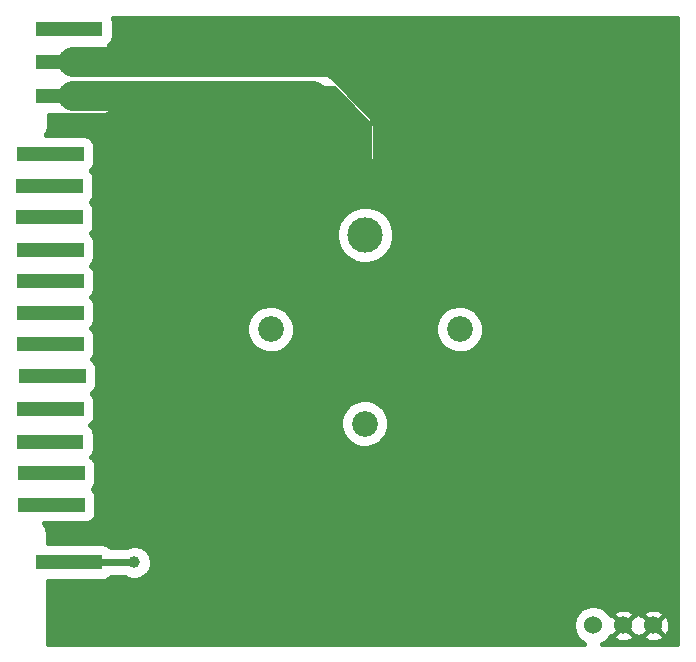
<source format=gbr>
G04 #@! TF.FileFunction,Copper,L1,Top,Signal*
%FSLAX46Y46*%
G04 Gerber Fmt 4.6, Leading zero omitted, Abs format (unit mm)*
G04 Created by KiCad (PCBNEW 4.0.6) date 05/08/17 07:32:33*
%MOMM*%
%LPD*%
G01*
G04 APERTURE LIST*
%ADD10C,0.100000*%
%ADD11C,1.100000*%
%ADD12R,0.635000X1.270000*%
%ADD13C,1.524000*%
%ADD14C,2.184400*%
%ADD15C,3.000000*%
%ADD16C,1.006400*%
%ADD17C,0.609600*%
%ADD18C,2.540000*%
%ADD19C,0.406400*%
G04 APERTURE END LIST*
D10*
D11*
X211412500Y-90281700D03*
D12*
X211793500Y-90281700D03*
X212428500Y-90281700D03*
X211158500Y-90281700D03*
X210523500Y-90281700D03*
X209888500Y-90281700D03*
X213025400Y-90281700D03*
X213622300Y-90281700D03*
X209266200Y-90281700D03*
X208643900Y-90281700D03*
D11*
X213014500Y-82458500D03*
D12*
X213395500Y-82458500D03*
X214030500Y-82458500D03*
X212760500Y-82458500D03*
X212125500Y-82458500D03*
X211490500Y-82458500D03*
X214627400Y-82458500D03*
X215224300Y-82458500D03*
X210868200Y-82458500D03*
X210245900Y-82458500D03*
D11*
X211386100Y-103718300D03*
D12*
X211767100Y-103718300D03*
X212402100Y-103718300D03*
X211132100Y-103718300D03*
X210497100Y-103718300D03*
X209862100Y-103718300D03*
X212999000Y-103718300D03*
X213595900Y-103718300D03*
X209239800Y-103718300D03*
X208617500Y-103718300D03*
D11*
X211411500Y-106385300D03*
D12*
X211792500Y-106385300D03*
X212427500Y-106385300D03*
X211157500Y-106385300D03*
X210522500Y-106385300D03*
X209887500Y-106385300D03*
X213024400Y-106385300D03*
X213621300Y-106385300D03*
X209265200Y-106385300D03*
X208642900Y-106385300D03*
D11*
X211587500Y-109077700D03*
D12*
X211968500Y-109077700D03*
X212603500Y-109077700D03*
X211333500Y-109077700D03*
X210698500Y-109077700D03*
X210063500Y-109077700D03*
X213200400Y-109077700D03*
X213797300Y-109077700D03*
X209441200Y-109077700D03*
X208818900Y-109077700D03*
D11*
X211338100Y-92948700D03*
D12*
X211719100Y-92948700D03*
X212354100Y-92948700D03*
X211084100Y-92948700D03*
X210449100Y-92948700D03*
X209814100Y-92948700D03*
X212951000Y-92948700D03*
X213547900Y-92948700D03*
X209191800Y-92948700D03*
X208569500Y-92948700D03*
D11*
X211361700Y-114614900D03*
D12*
X211742700Y-114614900D03*
X212377700Y-114614900D03*
X211107700Y-114614900D03*
X210472700Y-114614900D03*
X209837700Y-114614900D03*
X212974600Y-114614900D03*
X213571500Y-114614900D03*
X209215400Y-114614900D03*
X208593100Y-114614900D03*
D11*
X211388900Y-98384300D03*
D12*
X211769900Y-98384300D03*
X212404900Y-98384300D03*
X211134900Y-98384300D03*
X210499900Y-98384300D03*
X209864900Y-98384300D03*
X213001800Y-98384300D03*
X213598700Y-98384300D03*
X209242600Y-98384300D03*
X208620300Y-98384300D03*
D11*
X213014500Y-85354100D03*
D12*
X213395500Y-85354100D03*
X214030500Y-85354100D03*
X212760500Y-85354100D03*
X212125500Y-85354100D03*
X211490500Y-85354100D03*
X214627400Y-85354100D03*
X215224300Y-85354100D03*
X210868200Y-85354100D03*
X210245900Y-85354100D03*
D11*
X212963700Y-124825700D03*
D12*
X213344700Y-124825700D03*
X213979700Y-124825700D03*
X212709700Y-124825700D03*
X212074700Y-124825700D03*
X211439700Y-124825700D03*
X214576600Y-124825700D03*
X215173500Y-124825700D03*
X210817400Y-124825700D03*
X210195100Y-124825700D03*
D11*
X212963700Y-79664500D03*
D12*
X213344700Y-79664500D03*
X213979700Y-79664500D03*
X212709700Y-79664500D03*
X212074700Y-79664500D03*
X211439700Y-79664500D03*
X214576600Y-79664500D03*
X215173500Y-79664500D03*
X210817400Y-79664500D03*
X210195100Y-79664500D03*
D11*
X211510300Y-119948900D03*
D12*
X211891300Y-119948900D03*
X212526300Y-119948900D03*
X211256300Y-119948900D03*
X210621300Y-119948900D03*
X209986300Y-119948900D03*
X213123200Y-119948900D03*
X213720100Y-119948900D03*
X209364000Y-119948900D03*
X208741700Y-119948900D03*
D11*
X211397900Y-111846300D03*
D12*
X211778900Y-111846300D03*
X212413900Y-111846300D03*
X211143900Y-111846300D03*
X210508900Y-111846300D03*
X209873900Y-111846300D03*
X213010800Y-111846300D03*
X213607700Y-111846300D03*
X209251600Y-111846300D03*
X208629300Y-111846300D03*
D11*
X211338100Y-95641100D03*
D12*
X211719100Y-95641100D03*
X212354100Y-95641100D03*
X211084100Y-95641100D03*
X210449100Y-95641100D03*
X209814100Y-95641100D03*
X212951000Y-95641100D03*
X213547900Y-95641100D03*
X209191800Y-95641100D03*
X208569500Y-95641100D03*
D11*
X211484900Y-117307300D03*
D12*
X211865900Y-117307300D03*
X212500900Y-117307300D03*
X211230900Y-117307300D03*
X210595900Y-117307300D03*
X209960900Y-117307300D03*
X213097800Y-117307300D03*
X213694700Y-117307300D03*
X209338600Y-117307300D03*
X208716300Y-117307300D03*
D11*
X211374300Y-101051300D03*
D12*
X211755300Y-101051300D03*
X212390300Y-101051300D03*
X211120300Y-101051300D03*
X210485300Y-101051300D03*
X209850300Y-101051300D03*
X212987200Y-101051300D03*
X213584100Y-101051300D03*
X209228000Y-101051300D03*
X208605700Y-101051300D03*
D13*
X262165100Y-130188900D03*
X259625100Y-130188900D03*
X257085100Y-130188900D03*
D14*
X245755100Y-105089900D03*
X229753100Y-105089900D03*
X237728700Y-113090900D03*
D15*
X237761100Y-97108900D03*
D16*
X218230100Y-124855900D03*
X240254100Y-93581900D03*
X236378100Y-90185900D03*
D17*
X212963700Y-124825700D02*
X218199900Y-124825700D01*
X218199900Y-124825700D02*
X218230100Y-124855900D01*
D18*
X213014500Y-82458500D02*
X236030700Y-82458500D01*
X236030700Y-82458500D02*
X240348100Y-86775900D01*
X240348100Y-86775900D02*
X240348100Y-93487900D01*
X240348100Y-93487900D02*
X240254100Y-93581900D01*
X213014500Y-85354100D02*
X233346300Y-85354100D01*
X233346300Y-85354100D02*
X236378100Y-88385900D01*
X236378100Y-88385900D02*
X236378100Y-90185900D01*
D19*
G36*
X264155900Y-131742700D02*
X260395594Y-131742700D01*
X260407624Y-131738034D01*
X260693616Y-131556538D01*
X260938908Y-131322949D01*
X261096259Y-131099888D01*
X261289467Y-131099888D01*
X261345815Y-131359081D01*
X261589849Y-131496431D01*
X261855989Y-131583533D01*
X262134008Y-131617040D01*
X262413222Y-131595664D01*
X262682900Y-131520228D01*
X262932680Y-131393629D01*
X262984385Y-131359081D01*
X263040733Y-131099888D01*
X262165100Y-130224255D01*
X261289467Y-131099888D01*
X261096259Y-131099888D01*
X261134158Y-131046164D01*
X261137287Y-131039136D01*
X261254112Y-131064533D01*
X262129745Y-130188900D01*
X262200455Y-130188900D01*
X263076088Y-131064533D01*
X263335281Y-131008185D01*
X263472631Y-130764151D01*
X263559733Y-130498011D01*
X263593240Y-130219992D01*
X263571864Y-129940778D01*
X263496428Y-129671100D01*
X263369829Y-129421320D01*
X263335281Y-129369615D01*
X263076088Y-129313267D01*
X262200455Y-130188900D01*
X262129745Y-130188900D01*
X261254112Y-129313267D01*
X261134379Y-129339297D01*
X261093595Y-129277912D01*
X261289467Y-129277912D01*
X262165100Y-130153545D01*
X263040733Y-129277912D01*
X262984385Y-129018719D01*
X262740351Y-128881369D01*
X262474211Y-128794267D01*
X262196192Y-128760760D01*
X261916978Y-128782136D01*
X261647300Y-128857572D01*
X261397520Y-128984171D01*
X261345815Y-129018719D01*
X261289467Y-129277912D01*
X261093595Y-129277912D01*
X260970060Y-129091977D01*
X260731386Y-128851630D01*
X260450573Y-128662220D01*
X260138318Y-128530960D01*
X259806515Y-128462851D01*
X259467802Y-128460486D01*
X259135080Y-128523956D01*
X258821023Y-128650843D01*
X258537593Y-128836315D01*
X258354362Y-129015748D01*
X258191386Y-128851630D01*
X257910573Y-128662220D01*
X257598318Y-128530960D01*
X257266515Y-128462851D01*
X256927802Y-128460486D01*
X256595080Y-128523956D01*
X256281023Y-128650843D01*
X255997593Y-128836315D01*
X255755586Y-129073305D01*
X255564220Y-129352789D01*
X255430783Y-129664120D01*
X255360359Y-129995439D01*
X255355630Y-130334128D01*
X255416776Y-130667284D01*
X255541467Y-130982220D01*
X255724955Y-131266937D01*
X255960251Y-131510593D01*
X256238392Y-131703906D01*
X256327188Y-131742700D01*
X210883500Y-131742700D01*
X210883500Y-126430570D01*
X215491000Y-126430570D01*
X215644705Y-126418313D01*
X215905404Y-126337579D01*
X216133290Y-126187413D01*
X216211456Y-126095700D01*
X217440909Y-126095700D01*
X217510261Y-126143901D01*
X217774144Y-126259189D01*
X218055394Y-126321026D01*
X218343299Y-126327056D01*
X218626893Y-126277051D01*
X218895372Y-126172915D01*
X219138512Y-126018614D01*
X219347050Y-125820025D01*
X219513044Y-125584714D01*
X219630171Y-125321642D01*
X219693970Y-125040830D01*
X219698563Y-124711916D01*
X219642630Y-124429432D01*
X219532894Y-124163192D01*
X219373534Y-123923338D01*
X219170622Y-123719004D01*
X218931886Y-123557974D01*
X218666419Y-123446382D01*
X218384332Y-123388478D01*
X218096371Y-123386468D01*
X217813504Y-123440427D01*
X217546504Y-123548302D01*
X217535199Y-123555700D01*
X216222517Y-123555700D01*
X216217713Y-123548410D01*
X216010004Y-123371381D01*
X215761199Y-123259228D01*
X215491000Y-123220830D01*
X210883500Y-123220830D01*
X210883500Y-122279300D01*
X210882259Y-122266647D01*
X210883192Y-122253961D01*
X210872364Y-122165725D01*
X210863690Y-122077257D01*
X210860014Y-122065080D01*
X210858465Y-122052461D01*
X210830707Y-121968015D01*
X210805013Y-121882911D01*
X210799044Y-121871685D01*
X210795072Y-121859601D01*
X210751440Y-121782154D01*
X210709705Y-121703662D01*
X210701665Y-121693804D01*
X210695425Y-121682728D01*
X210637585Y-121615235D01*
X210587456Y-121553770D01*
X214037600Y-121553770D01*
X214191305Y-121541513D01*
X214452004Y-121460779D01*
X214679890Y-121310613D01*
X214856919Y-121102904D01*
X214969072Y-120854099D01*
X215007470Y-120583900D01*
X215007470Y-119313900D01*
X214995213Y-119160195D01*
X214914479Y-118899496D01*
X214764313Y-118671610D01*
X214699417Y-118616300D01*
X214831519Y-118461304D01*
X214943672Y-118212499D01*
X214982070Y-117942300D01*
X214982070Y-116672300D01*
X214969813Y-116518595D01*
X214889079Y-116257896D01*
X214738913Y-116030010D01*
X214592289Y-115905043D01*
X214708319Y-115768904D01*
X214820472Y-115520099D01*
X214858870Y-115249900D01*
X214858870Y-113979900D01*
X214846613Y-113826195D01*
X214765879Y-113565496D01*
X214615713Y-113337610D01*
X214529219Y-113263892D01*
X235668596Y-113263892D01*
X235741431Y-113660740D01*
X235889961Y-114035884D01*
X236108527Y-114375033D01*
X236388806Y-114665270D01*
X236720121Y-114895540D01*
X237089852Y-115057071D01*
X237483917Y-115143712D01*
X237887305Y-115152162D01*
X238284653Y-115082099D01*
X238660824Y-114936192D01*
X239001491Y-114719998D01*
X239293678Y-114441752D01*
X239526255Y-114112053D01*
X239690364Y-113743459D01*
X239779753Y-113350008D01*
X239786188Y-112889162D01*
X239707819Y-112493369D01*
X239554066Y-112120336D01*
X239330785Y-111784271D01*
X239046482Y-111497976D01*
X238711984Y-111272354D01*
X238340034Y-111116001D01*
X237944797Y-111034870D01*
X237541330Y-111032053D01*
X237145000Y-111107657D01*
X236770903Y-111258803D01*
X236433287Y-111479732D01*
X236145014Y-111762030D01*
X235917063Y-112094944D01*
X235758117Y-112465794D01*
X235674229Y-112860454D01*
X235668596Y-113263892D01*
X214529219Y-113263892D01*
X214508931Y-113246601D01*
X214567490Y-113208013D01*
X214744519Y-113000304D01*
X214856672Y-112751499D01*
X214895070Y-112481300D01*
X214895070Y-111211300D01*
X214882813Y-111057595D01*
X214802079Y-110796896D01*
X214651913Y-110569010D01*
X214612019Y-110535008D01*
X214757090Y-110439413D01*
X214934119Y-110231704D01*
X215046272Y-109982899D01*
X215084670Y-109712700D01*
X215084670Y-108442700D01*
X215072413Y-108288995D01*
X214991679Y-108028296D01*
X214841513Y-107800410D01*
X214664305Y-107649377D01*
X214758119Y-107539304D01*
X214870272Y-107290499D01*
X214908670Y-107020300D01*
X214908670Y-105750300D01*
X214896413Y-105596595D01*
X214815679Y-105335896D01*
X214767573Y-105262892D01*
X227692996Y-105262892D01*
X227765831Y-105659740D01*
X227914361Y-106034884D01*
X228132927Y-106374033D01*
X228413206Y-106664270D01*
X228744521Y-106894540D01*
X229114252Y-107056071D01*
X229508317Y-107142712D01*
X229911705Y-107151162D01*
X230309053Y-107081099D01*
X230685224Y-106935192D01*
X231025891Y-106718998D01*
X231318078Y-106440752D01*
X231550655Y-106111053D01*
X231714764Y-105742459D01*
X231804153Y-105349008D01*
X231805355Y-105262892D01*
X243694996Y-105262892D01*
X243767831Y-105659740D01*
X243916361Y-106034884D01*
X244134927Y-106374033D01*
X244415206Y-106664270D01*
X244746521Y-106894540D01*
X245116252Y-107056071D01*
X245510317Y-107142712D01*
X245913705Y-107151162D01*
X246311053Y-107081099D01*
X246687224Y-106935192D01*
X247027891Y-106718998D01*
X247320078Y-106440752D01*
X247552655Y-106111053D01*
X247716764Y-105742459D01*
X247806153Y-105349008D01*
X247812588Y-104888162D01*
X247734219Y-104492369D01*
X247580466Y-104119336D01*
X247357185Y-103783271D01*
X247072882Y-103496976D01*
X246738384Y-103271354D01*
X246366434Y-103115001D01*
X245971197Y-103033870D01*
X245567730Y-103031053D01*
X245171400Y-103106657D01*
X244797303Y-103257803D01*
X244459687Y-103478732D01*
X244171414Y-103761030D01*
X243943463Y-104093944D01*
X243784517Y-104464794D01*
X243700629Y-104859454D01*
X243694996Y-105262892D01*
X231805355Y-105262892D01*
X231810588Y-104888162D01*
X231732219Y-104492369D01*
X231578466Y-104119336D01*
X231355185Y-103783271D01*
X231070882Y-103496976D01*
X230736384Y-103271354D01*
X230364434Y-103115001D01*
X229969197Y-103033870D01*
X229565730Y-103031053D01*
X229169400Y-103106657D01*
X228795303Y-103257803D01*
X228457687Y-103478732D01*
X228169414Y-103761030D01*
X227941463Y-104093944D01*
X227782517Y-104464794D01*
X227698629Y-104859454D01*
X227692996Y-105262892D01*
X214767573Y-105262892D01*
X214665513Y-105108010D01*
X214588078Y-105042012D01*
X214732719Y-104872304D01*
X214844872Y-104623499D01*
X214883270Y-104353300D01*
X214883270Y-103083300D01*
X214871013Y-102929595D01*
X214790279Y-102668896D01*
X214640113Y-102441010D01*
X214570555Y-102381726D01*
X214720919Y-102205304D01*
X214833072Y-101956499D01*
X214871470Y-101686300D01*
X214871470Y-100416300D01*
X214859213Y-100262595D01*
X214778479Y-100001896D01*
X214628313Y-99774010D01*
X214574047Y-99727760D01*
X214735519Y-99538304D01*
X214847672Y-99289499D01*
X214886070Y-99019300D01*
X214886070Y-97749300D01*
X214873813Y-97595595D01*
X214793079Y-97334896D01*
X214642913Y-97107010D01*
X214513146Y-96996411D01*
X214684719Y-96795104D01*
X214796872Y-96546299D01*
X214835270Y-96276100D01*
X214835270Y-95006100D01*
X214823013Y-94852395D01*
X214742279Y-94591696D01*
X214592113Y-94363810D01*
X214516851Y-94299665D01*
X214684719Y-94102704D01*
X214796872Y-93853899D01*
X214835270Y-93583700D01*
X214835270Y-92313700D01*
X214823013Y-92159995D01*
X214742279Y-91899296D01*
X214592113Y-91671410D01*
X214569217Y-91651896D01*
X214582090Y-91643413D01*
X214759119Y-91435704D01*
X214871272Y-91186899D01*
X214909670Y-90916700D01*
X214909670Y-89646700D01*
X214897413Y-89492995D01*
X214816679Y-89232296D01*
X214666513Y-89004410D01*
X214458804Y-88827381D01*
X214209999Y-88715228D01*
X213939800Y-88676830D01*
X210703425Y-88676830D01*
X210719078Y-88657907D01*
X210766665Y-88607099D01*
X210783635Y-88579862D01*
X210804095Y-88555128D01*
X210837210Y-88493875D01*
X210874020Y-88434796D01*
X210885376Y-88404782D01*
X210900643Y-88376544D01*
X210921230Y-88310028D01*
X210945864Y-88244922D01*
X210951175Y-88213272D01*
X210960665Y-88182609D01*
X210967939Y-88113371D01*
X210979460Y-88044710D01*
X210978522Y-88012626D01*
X210981875Y-87980708D01*
X210981874Y-87966184D01*
X210974790Y-86958970D01*
X215541800Y-86958970D01*
X215695505Y-86946713D01*
X215956204Y-86865979D01*
X216184090Y-86715813D01*
X216361119Y-86508104D01*
X216473272Y-86259299D01*
X216511670Y-85989100D01*
X216511670Y-84719100D01*
X216509645Y-84693700D01*
X235104850Y-84693700D01*
X238112900Y-87701750D01*
X238112900Y-92976872D01*
X238062997Y-93140096D01*
X238018914Y-93574097D01*
X238059967Y-94008396D01*
X238184594Y-94426450D01*
X238333980Y-94709786D01*
X238020030Y-94645342D01*
X237536591Y-94641967D01*
X237061704Y-94732556D01*
X236613456Y-94913660D01*
X236208922Y-95178380D01*
X235863510Y-95516633D01*
X235590376Y-95915534D01*
X235399925Y-96359891D01*
X235299410Y-96832777D01*
X235292660Y-97316181D01*
X235379932Y-97791689D01*
X235557902Y-98241190D01*
X235819791Y-98647563D01*
X236155624Y-98995328D01*
X236552609Y-99271240D01*
X236995625Y-99464789D01*
X237467798Y-99568603D01*
X237951143Y-99578727D01*
X238427249Y-99494777D01*
X238877981Y-99319949D01*
X239286172Y-99060904D01*
X239636274Y-98727506D01*
X239914950Y-98332457D01*
X240111587Y-97890803D01*
X240218695Y-97419366D01*
X240226406Y-96867175D01*
X240132503Y-96392931D01*
X239948274Y-95945959D01*
X239833943Y-95773876D01*
X240230693Y-95816977D01*
X240665268Y-95778957D01*
X241084181Y-95657251D01*
X241471478Y-95456497D01*
X241812404Y-95184338D01*
X241834625Y-95162425D01*
X241928625Y-95068425D01*
X242059701Y-94908851D01*
X242192394Y-94750714D01*
X242198055Y-94740416D01*
X242205517Y-94731332D01*
X242303099Y-94549342D01*
X242402551Y-94368439D01*
X242406105Y-94357237D01*
X242411660Y-94346876D01*
X242472039Y-94149385D01*
X242534456Y-93952624D01*
X242535766Y-93940946D01*
X242539203Y-93929704D01*
X242560069Y-93724273D01*
X242583082Y-93519108D01*
X242583243Y-93496131D01*
X242583286Y-93495703D01*
X242583248Y-93495304D01*
X242583300Y-93487900D01*
X242583300Y-86775900D01*
X242563149Y-86570386D01*
X242545157Y-86364732D01*
X242541878Y-86353446D01*
X242540731Y-86341747D01*
X242481058Y-86144102D01*
X242423452Y-85945819D01*
X242418042Y-85935382D01*
X242414645Y-85924131D01*
X242317719Y-85741839D01*
X242222697Y-85558523D01*
X242215364Y-85549338D01*
X242209846Y-85538959D01*
X242079343Y-85378946D01*
X241950539Y-85217597D01*
X241934408Y-85201240D01*
X241934133Y-85200902D01*
X241933820Y-85200643D01*
X241928625Y-85195375D01*
X237611225Y-80877975D01*
X237451651Y-80746899D01*
X237293514Y-80614206D01*
X237283216Y-80608545D01*
X237274132Y-80601083D01*
X237092142Y-80503501D01*
X236911239Y-80404049D01*
X236900037Y-80400495D01*
X236889676Y-80394940D01*
X236692185Y-80334561D01*
X236495424Y-80272144D01*
X236483746Y-80270834D01*
X236472504Y-80267397D01*
X236267073Y-80246531D01*
X236061908Y-80223518D01*
X236038931Y-80223357D01*
X236038503Y-80223314D01*
X236038104Y-80223352D01*
X236030700Y-80223300D01*
X216460870Y-80223300D01*
X216460870Y-79029500D01*
X216448613Y-78875795D01*
X216409997Y-78751100D01*
X264155900Y-78751100D01*
X264155900Y-131742700D01*
X264155900Y-131742700D01*
G37*
X264155900Y-131742700D02*
X260395594Y-131742700D01*
X260407624Y-131738034D01*
X260693616Y-131556538D01*
X260938908Y-131322949D01*
X261096259Y-131099888D01*
X261289467Y-131099888D01*
X261345815Y-131359081D01*
X261589849Y-131496431D01*
X261855989Y-131583533D01*
X262134008Y-131617040D01*
X262413222Y-131595664D01*
X262682900Y-131520228D01*
X262932680Y-131393629D01*
X262984385Y-131359081D01*
X263040733Y-131099888D01*
X262165100Y-130224255D01*
X261289467Y-131099888D01*
X261096259Y-131099888D01*
X261134158Y-131046164D01*
X261137287Y-131039136D01*
X261254112Y-131064533D01*
X262129745Y-130188900D01*
X262200455Y-130188900D01*
X263076088Y-131064533D01*
X263335281Y-131008185D01*
X263472631Y-130764151D01*
X263559733Y-130498011D01*
X263593240Y-130219992D01*
X263571864Y-129940778D01*
X263496428Y-129671100D01*
X263369829Y-129421320D01*
X263335281Y-129369615D01*
X263076088Y-129313267D01*
X262200455Y-130188900D01*
X262129745Y-130188900D01*
X261254112Y-129313267D01*
X261134379Y-129339297D01*
X261093595Y-129277912D01*
X261289467Y-129277912D01*
X262165100Y-130153545D01*
X263040733Y-129277912D01*
X262984385Y-129018719D01*
X262740351Y-128881369D01*
X262474211Y-128794267D01*
X262196192Y-128760760D01*
X261916978Y-128782136D01*
X261647300Y-128857572D01*
X261397520Y-128984171D01*
X261345815Y-129018719D01*
X261289467Y-129277912D01*
X261093595Y-129277912D01*
X260970060Y-129091977D01*
X260731386Y-128851630D01*
X260450573Y-128662220D01*
X260138318Y-128530960D01*
X259806515Y-128462851D01*
X259467802Y-128460486D01*
X259135080Y-128523956D01*
X258821023Y-128650843D01*
X258537593Y-128836315D01*
X258354362Y-129015748D01*
X258191386Y-128851630D01*
X257910573Y-128662220D01*
X257598318Y-128530960D01*
X257266515Y-128462851D01*
X256927802Y-128460486D01*
X256595080Y-128523956D01*
X256281023Y-128650843D01*
X255997593Y-128836315D01*
X255755586Y-129073305D01*
X255564220Y-129352789D01*
X255430783Y-129664120D01*
X255360359Y-129995439D01*
X255355630Y-130334128D01*
X255416776Y-130667284D01*
X255541467Y-130982220D01*
X255724955Y-131266937D01*
X255960251Y-131510593D01*
X256238392Y-131703906D01*
X256327188Y-131742700D01*
X210883500Y-131742700D01*
X210883500Y-126430570D01*
X215491000Y-126430570D01*
X215644705Y-126418313D01*
X215905404Y-126337579D01*
X216133290Y-126187413D01*
X216211456Y-126095700D01*
X217440909Y-126095700D01*
X217510261Y-126143901D01*
X217774144Y-126259189D01*
X218055394Y-126321026D01*
X218343299Y-126327056D01*
X218626893Y-126277051D01*
X218895372Y-126172915D01*
X219138512Y-126018614D01*
X219347050Y-125820025D01*
X219513044Y-125584714D01*
X219630171Y-125321642D01*
X219693970Y-125040830D01*
X219698563Y-124711916D01*
X219642630Y-124429432D01*
X219532894Y-124163192D01*
X219373534Y-123923338D01*
X219170622Y-123719004D01*
X218931886Y-123557974D01*
X218666419Y-123446382D01*
X218384332Y-123388478D01*
X218096371Y-123386468D01*
X217813504Y-123440427D01*
X217546504Y-123548302D01*
X217535199Y-123555700D01*
X216222517Y-123555700D01*
X216217713Y-123548410D01*
X216010004Y-123371381D01*
X215761199Y-123259228D01*
X215491000Y-123220830D01*
X210883500Y-123220830D01*
X210883500Y-122279300D01*
X210882259Y-122266647D01*
X210883192Y-122253961D01*
X210872364Y-122165725D01*
X210863690Y-122077257D01*
X210860014Y-122065080D01*
X210858465Y-122052461D01*
X210830707Y-121968015D01*
X210805013Y-121882911D01*
X210799044Y-121871685D01*
X210795072Y-121859601D01*
X210751440Y-121782154D01*
X210709705Y-121703662D01*
X210701665Y-121693804D01*
X210695425Y-121682728D01*
X210637585Y-121615235D01*
X210587456Y-121553770D01*
X214037600Y-121553770D01*
X214191305Y-121541513D01*
X214452004Y-121460779D01*
X214679890Y-121310613D01*
X214856919Y-121102904D01*
X214969072Y-120854099D01*
X215007470Y-120583900D01*
X215007470Y-119313900D01*
X214995213Y-119160195D01*
X214914479Y-118899496D01*
X214764313Y-118671610D01*
X214699417Y-118616300D01*
X214831519Y-118461304D01*
X214943672Y-118212499D01*
X214982070Y-117942300D01*
X214982070Y-116672300D01*
X214969813Y-116518595D01*
X214889079Y-116257896D01*
X214738913Y-116030010D01*
X214592289Y-115905043D01*
X214708319Y-115768904D01*
X214820472Y-115520099D01*
X214858870Y-115249900D01*
X214858870Y-113979900D01*
X214846613Y-113826195D01*
X214765879Y-113565496D01*
X214615713Y-113337610D01*
X214529219Y-113263892D01*
X235668596Y-113263892D01*
X235741431Y-113660740D01*
X235889961Y-114035884D01*
X236108527Y-114375033D01*
X236388806Y-114665270D01*
X236720121Y-114895540D01*
X237089852Y-115057071D01*
X237483917Y-115143712D01*
X237887305Y-115152162D01*
X238284653Y-115082099D01*
X238660824Y-114936192D01*
X239001491Y-114719998D01*
X239293678Y-114441752D01*
X239526255Y-114112053D01*
X239690364Y-113743459D01*
X239779753Y-113350008D01*
X239786188Y-112889162D01*
X239707819Y-112493369D01*
X239554066Y-112120336D01*
X239330785Y-111784271D01*
X239046482Y-111497976D01*
X238711984Y-111272354D01*
X238340034Y-111116001D01*
X237944797Y-111034870D01*
X237541330Y-111032053D01*
X237145000Y-111107657D01*
X236770903Y-111258803D01*
X236433287Y-111479732D01*
X236145014Y-111762030D01*
X235917063Y-112094944D01*
X235758117Y-112465794D01*
X235674229Y-112860454D01*
X235668596Y-113263892D01*
X214529219Y-113263892D01*
X214508931Y-113246601D01*
X214567490Y-113208013D01*
X214744519Y-113000304D01*
X214856672Y-112751499D01*
X214895070Y-112481300D01*
X214895070Y-111211300D01*
X214882813Y-111057595D01*
X214802079Y-110796896D01*
X214651913Y-110569010D01*
X214612019Y-110535008D01*
X214757090Y-110439413D01*
X214934119Y-110231704D01*
X215046272Y-109982899D01*
X215084670Y-109712700D01*
X215084670Y-108442700D01*
X215072413Y-108288995D01*
X214991679Y-108028296D01*
X214841513Y-107800410D01*
X214664305Y-107649377D01*
X214758119Y-107539304D01*
X214870272Y-107290499D01*
X214908670Y-107020300D01*
X214908670Y-105750300D01*
X214896413Y-105596595D01*
X214815679Y-105335896D01*
X214767573Y-105262892D01*
X227692996Y-105262892D01*
X227765831Y-105659740D01*
X227914361Y-106034884D01*
X228132927Y-106374033D01*
X228413206Y-106664270D01*
X228744521Y-106894540D01*
X229114252Y-107056071D01*
X229508317Y-107142712D01*
X229911705Y-107151162D01*
X230309053Y-107081099D01*
X230685224Y-106935192D01*
X231025891Y-106718998D01*
X231318078Y-106440752D01*
X231550655Y-106111053D01*
X231714764Y-105742459D01*
X231804153Y-105349008D01*
X231805355Y-105262892D01*
X243694996Y-105262892D01*
X243767831Y-105659740D01*
X243916361Y-106034884D01*
X244134927Y-106374033D01*
X244415206Y-106664270D01*
X244746521Y-106894540D01*
X245116252Y-107056071D01*
X245510317Y-107142712D01*
X245913705Y-107151162D01*
X246311053Y-107081099D01*
X246687224Y-106935192D01*
X247027891Y-106718998D01*
X247320078Y-106440752D01*
X247552655Y-106111053D01*
X247716764Y-105742459D01*
X247806153Y-105349008D01*
X247812588Y-104888162D01*
X247734219Y-104492369D01*
X247580466Y-104119336D01*
X247357185Y-103783271D01*
X247072882Y-103496976D01*
X246738384Y-103271354D01*
X246366434Y-103115001D01*
X245971197Y-103033870D01*
X245567730Y-103031053D01*
X245171400Y-103106657D01*
X244797303Y-103257803D01*
X244459687Y-103478732D01*
X244171414Y-103761030D01*
X243943463Y-104093944D01*
X243784517Y-104464794D01*
X243700629Y-104859454D01*
X243694996Y-105262892D01*
X231805355Y-105262892D01*
X231810588Y-104888162D01*
X231732219Y-104492369D01*
X231578466Y-104119336D01*
X231355185Y-103783271D01*
X231070882Y-103496976D01*
X230736384Y-103271354D01*
X230364434Y-103115001D01*
X229969197Y-103033870D01*
X229565730Y-103031053D01*
X229169400Y-103106657D01*
X228795303Y-103257803D01*
X228457687Y-103478732D01*
X228169414Y-103761030D01*
X227941463Y-104093944D01*
X227782517Y-104464794D01*
X227698629Y-104859454D01*
X227692996Y-105262892D01*
X214767573Y-105262892D01*
X214665513Y-105108010D01*
X214588078Y-105042012D01*
X214732719Y-104872304D01*
X214844872Y-104623499D01*
X214883270Y-104353300D01*
X214883270Y-103083300D01*
X214871013Y-102929595D01*
X214790279Y-102668896D01*
X214640113Y-102441010D01*
X214570555Y-102381726D01*
X214720919Y-102205304D01*
X214833072Y-101956499D01*
X214871470Y-101686300D01*
X214871470Y-100416300D01*
X214859213Y-100262595D01*
X214778479Y-100001896D01*
X214628313Y-99774010D01*
X214574047Y-99727760D01*
X214735519Y-99538304D01*
X214847672Y-99289499D01*
X214886070Y-99019300D01*
X214886070Y-97749300D01*
X214873813Y-97595595D01*
X214793079Y-97334896D01*
X214642913Y-97107010D01*
X214513146Y-96996411D01*
X214684719Y-96795104D01*
X214796872Y-96546299D01*
X214835270Y-96276100D01*
X214835270Y-95006100D01*
X214823013Y-94852395D01*
X214742279Y-94591696D01*
X214592113Y-94363810D01*
X214516851Y-94299665D01*
X214684719Y-94102704D01*
X214796872Y-93853899D01*
X214835270Y-93583700D01*
X214835270Y-92313700D01*
X214823013Y-92159995D01*
X214742279Y-91899296D01*
X214592113Y-91671410D01*
X214569217Y-91651896D01*
X214582090Y-91643413D01*
X214759119Y-91435704D01*
X214871272Y-91186899D01*
X214909670Y-90916700D01*
X214909670Y-89646700D01*
X214897413Y-89492995D01*
X214816679Y-89232296D01*
X214666513Y-89004410D01*
X214458804Y-88827381D01*
X214209999Y-88715228D01*
X213939800Y-88676830D01*
X210703425Y-88676830D01*
X210719078Y-88657907D01*
X210766665Y-88607099D01*
X210783635Y-88579862D01*
X210804095Y-88555128D01*
X210837210Y-88493875D01*
X210874020Y-88434796D01*
X210885376Y-88404782D01*
X210900643Y-88376544D01*
X210921230Y-88310028D01*
X210945864Y-88244922D01*
X210951175Y-88213272D01*
X210960665Y-88182609D01*
X210967939Y-88113371D01*
X210979460Y-88044710D01*
X210978522Y-88012626D01*
X210981875Y-87980708D01*
X210981874Y-87966184D01*
X210974790Y-86958970D01*
X215541800Y-86958970D01*
X215695505Y-86946713D01*
X215956204Y-86865979D01*
X216184090Y-86715813D01*
X216361119Y-86508104D01*
X216473272Y-86259299D01*
X216511670Y-85989100D01*
X216511670Y-84719100D01*
X216509645Y-84693700D01*
X235104850Y-84693700D01*
X238112900Y-87701750D01*
X238112900Y-92976872D01*
X238062997Y-93140096D01*
X238018914Y-93574097D01*
X238059967Y-94008396D01*
X238184594Y-94426450D01*
X238333980Y-94709786D01*
X238020030Y-94645342D01*
X237536591Y-94641967D01*
X237061704Y-94732556D01*
X236613456Y-94913660D01*
X236208922Y-95178380D01*
X235863510Y-95516633D01*
X235590376Y-95915534D01*
X235399925Y-96359891D01*
X235299410Y-96832777D01*
X235292660Y-97316181D01*
X235379932Y-97791689D01*
X235557902Y-98241190D01*
X235819791Y-98647563D01*
X236155624Y-98995328D01*
X236552609Y-99271240D01*
X236995625Y-99464789D01*
X237467798Y-99568603D01*
X237951143Y-99578727D01*
X238427249Y-99494777D01*
X238877981Y-99319949D01*
X239286172Y-99060904D01*
X239636274Y-98727506D01*
X239914950Y-98332457D01*
X240111587Y-97890803D01*
X240218695Y-97419366D01*
X240226406Y-96867175D01*
X240132503Y-96392931D01*
X239948274Y-95945959D01*
X239833943Y-95773876D01*
X240230693Y-95816977D01*
X240665268Y-95778957D01*
X241084181Y-95657251D01*
X241471478Y-95456497D01*
X241812404Y-95184338D01*
X241834625Y-95162425D01*
X241928625Y-95068425D01*
X242059701Y-94908851D01*
X242192394Y-94750714D01*
X242198055Y-94740416D01*
X242205517Y-94731332D01*
X242303099Y-94549342D01*
X242402551Y-94368439D01*
X242406105Y-94357237D01*
X242411660Y-94346876D01*
X242472039Y-94149385D01*
X242534456Y-93952624D01*
X242535766Y-93940946D01*
X242539203Y-93929704D01*
X242560069Y-93724273D01*
X242583082Y-93519108D01*
X242583243Y-93496131D01*
X242583286Y-93495703D01*
X242583248Y-93495304D01*
X242583300Y-93487900D01*
X242583300Y-86775900D01*
X242563149Y-86570386D01*
X242545157Y-86364732D01*
X242541878Y-86353446D01*
X242540731Y-86341747D01*
X242481058Y-86144102D01*
X242423452Y-85945819D01*
X242418042Y-85935382D01*
X242414645Y-85924131D01*
X242317719Y-85741839D01*
X242222697Y-85558523D01*
X242215364Y-85549338D01*
X242209846Y-85538959D01*
X242079343Y-85378946D01*
X241950539Y-85217597D01*
X241934408Y-85201240D01*
X241934133Y-85200902D01*
X241933820Y-85200643D01*
X241928625Y-85195375D01*
X237611225Y-80877975D01*
X237451651Y-80746899D01*
X237293514Y-80614206D01*
X237283216Y-80608545D01*
X237274132Y-80601083D01*
X237092142Y-80503501D01*
X236911239Y-80404049D01*
X236900037Y-80400495D01*
X236889676Y-80394940D01*
X236692185Y-80334561D01*
X236495424Y-80272144D01*
X236483746Y-80270834D01*
X236472504Y-80267397D01*
X236267073Y-80246531D01*
X236061908Y-80223518D01*
X236038931Y-80223357D01*
X236038503Y-80223314D01*
X236038104Y-80223352D01*
X236030700Y-80223300D01*
X216460870Y-80223300D01*
X216460870Y-79029500D01*
X216448613Y-78875795D01*
X216409997Y-78751100D01*
X264155900Y-78751100D01*
X264155900Y-131742700D01*
G36*
X264155900Y-131742700D02*
X262935594Y-131742700D01*
X262947624Y-131738034D01*
X263233616Y-131556538D01*
X263478908Y-131322949D01*
X263674158Y-131046164D01*
X263811928Y-130736727D01*
X263886972Y-130406423D01*
X263892374Y-130019539D01*
X263826583Y-129687269D01*
X263697506Y-129374105D01*
X263510060Y-129091977D01*
X263271386Y-128851630D01*
X262990573Y-128662220D01*
X262678318Y-128530960D01*
X262346515Y-128462851D01*
X262007802Y-128460486D01*
X261675080Y-128523956D01*
X261361023Y-128650843D01*
X261077593Y-128836315D01*
X260835586Y-129073305D01*
X260653764Y-129338850D01*
X260536088Y-129313267D01*
X259660455Y-130188900D01*
X260536088Y-131064533D01*
X260657503Y-131038138D01*
X260804955Y-131266937D01*
X261040251Y-131510593D01*
X261318392Y-131703906D01*
X261407188Y-131742700D01*
X257855594Y-131742700D01*
X257867624Y-131738034D01*
X258153616Y-131556538D01*
X258398908Y-131322949D01*
X258556259Y-131099888D01*
X258749467Y-131099888D01*
X258805815Y-131359081D01*
X259049849Y-131496431D01*
X259315989Y-131583533D01*
X259594008Y-131617040D01*
X259873222Y-131595664D01*
X260142900Y-131520228D01*
X260392680Y-131393629D01*
X260444385Y-131359081D01*
X260500733Y-131099888D01*
X259625100Y-130224255D01*
X258749467Y-131099888D01*
X258556259Y-131099888D01*
X258594158Y-131046164D01*
X258597287Y-131039136D01*
X258714112Y-131064533D01*
X259589745Y-130188900D01*
X258714112Y-129313267D01*
X258594379Y-129339297D01*
X258553595Y-129277912D01*
X258749467Y-129277912D01*
X259625100Y-130153545D01*
X260500733Y-129277912D01*
X260444385Y-129018719D01*
X260200351Y-128881369D01*
X259934211Y-128794267D01*
X259656192Y-128760760D01*
X259376978Y-128782136D01*
X259107300Y-128857572D01*
X258857520Y-128984171D01*
X258805815Y-129018719D01*
X258749467Y-129277912D01*
X258553595Y-129277912D01*
X258430060Y-129091977D01*
X258191386Y-128851630D01*
X257910573Y-128662220D01*
X257598318Y-128530960D01*
X257266515Y-128462851D01*
X256927802Y-128460486D01*
X256595080Y-128523956D01*
X256281023Y-128650843D01*
X255997593Y-128836315D01*
X255755586Y-129073305D01*
X255564220Y-129352789D01*
X255430783Y-129664120D01*
X255360359Y-129995439D01*
X255355630Y-130334128D01*
X255416776Y-130667284D01*
X255541467Y-130982220D01*
X255724955Y-131266937D01*
X255960251Y-131510593D01*
X256238392Y-131703906D01*
X256327188Y-131742700D01*
X210883500Y-131742700D01*
X210883500Y-126430570D01*
X215491000Y-126430570D01*
X215644705Y-126418313D01*
X215905404Y-126337579D01*
X216133290Y-126187413D01*
X216211456Y-126095700D01*
X217440909Y-126095700D01*
X217510261Y-126143901D01*
X217774144Y-126259189D01*
X218055394Y-126321026D01*
X218343299Y-126327056D01*
X218626893Y-126277051D01*
X218895372Y-126172915D01*
X219138512Y-126018614D01*
X219347050Y-125820025D01*
X219513044Y-125584714D01*
X219630171Y-125321642D01*
X219693970Y-125040830D01*
X219698563Y-124711916D01*
X219642630Y-124429432D01*
X219532894Y-124163192D01*
X219373534Y-123923338D01*
X219170622Y-123719004D01*
X218931886Y-123557974D01*
X218666419Y-123446382D01*
X218384332Y-123388478D01*
X218096371Y-123386468D01*
X217813504Y-123440427D01*
X217546504Y-123548302D01*
X217535199Y-123555700D01*
X216222517Y-123555700D01*
X216217713Y-123548410D01*
X216010004Y-123371381D01*
X215761199Y-123259228D01*
X215491000Y-123220830D01*
X210883500Y-123220830D01*
X210883500Y-122279300D01*
X210882259Y-122266647D01*
X210883192Y-122253961D01*
X210872364Y-122165725D01*
X210863690Y-122077257D01*
X210860014Y-122065080D01*
X210858465Y-122052461D01*
X210830707Y-121968015D01*
X210805013Y-121882911D01*
X210799044Y-121871685D01*
X210795072Y-121859601D01*
X210751440Y-121782154D01*
X210709705Y-121703662D01*
X210701665Y-121693804D01*
X210695425Y-121682728D01*
X210637585Y-121615235D01*
X210587456Y-121553770D01*
X214037600Y-121553770D01*
X214191305Y-121541513D01*
X214452004Y-121460779D01*
X214679890Y-121310613D01*
X214856919Y-121102904D01*
X214969072Y-120854099D01*
X215007470Y-120583900D01*
X215007470Y-119313900D01*
X214995213Y-119160195D01*
X214914479Y-118899496D01*
X214764313Y-118671610D01*
X214699417Y-118616300D01*
X214831519Y-118461304D01*
X214943672Y-118212499D01*
X214982070Y-117942300D01*
X214982070Y-116672300D01*
X214969813Y-116518595D01*
X214889079Y-116257896D01*
X214738913Y-116030010D01*
X214592289Y-115905043D01*
X214708319Y-115768904D01*
X214820472Y-115520099D01*
X214858870Y-115249900D01*
X214858870Y-113979900D01*
X214846613Y-113826195D01*
X214765879Y-113565496D01*
X214615713Y-113337610D01*
X214529219Y-113263892D01*
X235668596Y-113263892D01*
X235741431Y-113660740D01*
X235889961Y-114035884D01*
X236108527Y-114375033D01*
X236388806Y-114665270D01*
X236720121Y-114895540D01*
X237089852Y-115057071D01*
X237483917Y-115143712D01*
X237887305Y-115152162D01*
X238284653Y-115082099D01*
X238660824Y-114936192D01*
X239001491Y-114719998D01*
X239293678Y-114441752D01*
X239526255Y-114112053D01*
X239690364Y-113743459D01*
X239779753Y-113350008D01*
X239786188Y-112889162D01*
X239707819Y-112493369D01*
X239554066Y-112120336D01*
X239330785Y-111784271D01*
X239046482Y-111497976D01*
X238711984Y-111272354D01*
X238340034Y-111116001D01*
X237944797Y-111034870D01*
X237541330Y-111032053D01*
X237145000Y-111107657D01*
X236770903Y-111258803D01*
X236433287Y-111479732D01*
X236145014Y-111762030D01*
X235917063Y-112094944D01*
X235758117Y-112465794D01*
X235674229Y-112860454D01*
X235668596Y-113263892D01*
X214529219Y-113263892D01*
X214508931Y-113246601D01*
X214567490Y-113208013D01*
X214744519Y-113000304D01*
X214856672Y-112751499D01*
X214895070Y-112481300D01*
X214895070Y-111211300D01*
X214882813Y-111057595D01*
X214802079Y-110796896D01*
X214651913Y-110569010D01*
X214612019Y-110535008D01*
X214757090Y-110439413D01*
X214934119Y-110231704D01*
X215046272Y-109982899D01*
X215084670Y-109712700D01*
X215084670Y-108442700D01*
X215072413Y-108288995D01*
X214991679Y-108028296D01*
X214841513Y-107800410D01*
X214664305Y-107649377D01*
X214758119Y-107539304D01*
X214870272Y-107290499D01*
X214908670Y-107020300D01*
X214908670Y-105750300D01*
X214896413Y-105596595D01*
X214815679Y-105335896D01*
X214767573Y-105262892D01*
X227692996Y-105262892D01*
X227765831Y-105659740D01*
X227914361Y-106034884D01*
X228132927Y-106374033D01*
X228413206Y-106664270D01*
X228744521Y-106894540D01*
X229114252Y-107056071D01*
X229508317Y-107142712D01*
X229911705Y-107151162D01*
X230309053Y-107081099D01*
X230685224Y-106935192D01*
X231025891Y-106718998D01*
X231318078Y-106440752D01*
X231550655Y-106111053D01*
X231714764Y-105742459D01*
X231804153Y-105349008D01*
X231805355Y-105262892D01*
X243694996Y-105262892D01*
X243767831Y-105659740D01*
X243916361Y-106034884D01*
X244134927Y-106374033D01*
X244415206Y-106664270D01*
X244746521Y-106894540D01*
X245116252Y-107056071D01*
X245510317Y-107142712D01*
X245913705Y-107151162D01*
X246311053Y-107081099D01*
X246687224Y-106935192D01*
X247027891Y-106718998D01*
X247320078Y-106440752D01*
X247552655Y-106111053D01*
X247716764Y-105742459D01*
X247806153Y-105349008D01*
X247812588Y-104888162D01*
X247734219Y-104492369D01*
X247580466Y-104119336D01*
X247357185Y-103783271D01*
X247072882Y-103496976D01*
X246738384Y-103271354D01*
X246366434Y-103115001D01*
X245971197Y-103033870D01*
X245567730Y-103031053D01*
X245171400Y-103106657D01*
X244797303Y-103257803D01*
X244459687Y-103478732D01*
X244171414Y-103761030D01*
X243943463Y-104093944D01*
X243784517Y-104464794D01*
X243700629Y-104859454D01*
X243694996Y-105262892D01*
X231805355Y-105262892D01*
X231810588Y-104888162D01*
X231732219Y-104492369D01*
X231578466Y-104119336D01*
X231355185Y-103783271D01*
X231070882Y-103496976D01*
X230736384Y-103271354D01*
X230364434Y-103115001D01*
X229969197Y-103033870D01*
X229565730Y-103031053D01*
X229169400Y-103106657D01*
X228795303Y-103257803D01*
X228457687Y-103478732D01*
X228169414Y-103761030D01*
X227941463Y-104093944D01*
X227782517Y-104464794D01*
X227698629Y-104859454D01*
X227692996Y-105262892D01*
X214767573Y-105262892D01*
X214665513Y-105108010D01*
X214588078Y-105042012D01*
X214732719Y-104872304D01*
X214844872Y-104623499D01*
X214883270Y-104353300D01*
X214883270Y-103083300D01*
X214871013Y-102929595D01*
X214790279Y-102668896D01*
X214640113Y-102441010D01*
X214570555Y-102381726D01*
X214720919Y-102205304D01*
X214833072Y-101956499D01*
X214871470Y-101686300D01*
X214871470Y-100416300D01*
X214859213Y-100262595D01*
X214778479Y-100001896D01*
X214628313Y-99774010D01*
X214574047Y-99727760D01*
X214735519Y-99538304D01*
X214847672Y-99289499D01*
X214886070Y-99019300D01*
X214886070Y-97749300D01*
X214873813Y-97595595D01*
X214793079Y-97334896D01*
X214780747Y-97316181D01*
X235292660Y-97316181D01*
X235379932Y-97791689D01*
X235557902Y-98241190D01*
X235819791Y-98647563D01*
X236155624Y-98995328D01*
X236552609Y-99271240D01*
X236995625Y-99464789D01*
X237467798Y-99568603D01*
X237951143Y-99578727D01*
X238427249Y-99494777D01*
X238877981Y-99319949D01*
X239286172Y-99060904D01*
X239636274Y-98727506D01*
X239914950Y-98332457D01*
X240111587Y-97890803D01*
X240218695Y-97419366D01*
X240226406Y-96867175D01*
X240132503Y-96392931D01*
X239948274Y-95945959D01*
X239680737Y-95543283D01*
X239340081Y-95200240D01*
X238939282Y-94929898D01*
X238493607Y-94742553D01*
X238020030Y-94645342D01*
X237536591Y-94641967D01*
X237061704Y-94732556D01*
X236613456Y-94913660D01*
X236208922Y-95178380D01*
X235863510Y-95516633D01*
X235590376Y-95915534D01*
X235399925Y-96359891D01*
X235299410Y-96832777D01*
X235292660Y-97316181D01*
X214780747Y-97316181D01*
X214642913Y-97107010D01*
X214513146Y-96996411D01*
X214684719Y-96795104D01*
X214796872Y-96546299D01*
X214835270Y-96276100D01*
X214835270Y-95006100D01*
X214823013Y-94852395D01*
X214742279Y-94591696D01*
X214592113Y-94363810D01*
X214516851Y-94299665D01*
X214684719Y-94102704D01*
X214796872Y-93853899D01*
X214835270Y-93583700D01*
X214835270Y-92313700D01*
X214823013Y-92159995D01*
X214742279Y-91899296D01*
X214592113Y-91671410D01*
X214569217Y-91651896D01*
X214582090Y-91643413D01*
X214759119Y-91435704D01*
X214871272Y-91186899D01*
X214909670Y-90916700D01*
X214909670Y-89646700D01*
X214897413Y-89492995D01*
X214816679Y-89232296D01*
X214666513Y-89004410D01*
X214458804Y-88827381D01*
X214209999Y-88715228D01*
X213939800Y-88676830D01*
X210703425Y-88676830D01*
X210719078Y-88657907D01*
X210766665Y-88607099D01*
X210783635Y-88579862D01*
X210804095Y-88555128D01*
X210837210Y-88493875D01*
X210874020Y-88434796D01*
X210885376Y-88404782D01*
X210900643Y-88376544D01*
X210921230Y-88310028D01*
X210945864Y-88244922D01*
X210951175Y-88213272D01*
X210960665Y-88182609D01*
X210967939Y-88113371D01*
X210979460Y-88044710D01*
X210978522Y-88012626D01*
X210981875Y-87980708D01*
X210981874Y-87966184D01*
X210974790Y-86958970D01*
X211466352Y-86958970D01*
X211751686Y-87198394D01*
X212133961Y-87408551D01*
X212549776Y-87540456D01*
X212983292Y-87589082D01*
X213014500Y-87589300D01*
X232420450Y-87589300D01*
X234142900Y-89311750D01*
X234142900Y-90185900D01*
X234185469Y-90620053D01*
X234311555Y-91037669D01*
X234516354Y-91422841D01*
X234792067Y-91760898D01*
X235128192Y-92038965D01*
X235511925Y-92246449D01*
X235928651Y-92375447D01*
X236362495Y-92421046D01*
X236796935Y-92381508D01*
X237215421Y-92258341D01*
X237602013Y-92056236D01*
X237941987Y-91782889D01*
X238222394Y-91448714D01*
X238432551Y-91066439D01*
X238564456Y-90650624D01*
X238613082Y-90217108D01*
X238613300Y-90185900D01*
X238613300Y-88385900D01*
X238593149Y-88180386D01*
X238575157Y-87974732D01*
X238571878Y-87963446D01*
X238570731Y-87951747D01*
X238511058Y-87754102D01*
X238453452Y-87555819D01*
X238448042Y-87545382D01*
X238444645Y-87534131D01*
X238347719Y-87351839D01*
X238252697Y-87168523D01*
X238245364Y-87159338D01*
X238239846Y-87148959D01*
X238109343Y-86988946D01*
X237980539Y-86827597D01*
X237964408Y-86811240D01*
X237964133Y-86810902D01*
X237963820Y-86810643D01*
X237958625Y-86805375D01*
X234926825Y-83773575D01*
X234767251Y-83642499D01*
X234609114Y-83509806D01*
X234598816Y-83504145D01*
X234589732Y-83496683D01*
X234407742Y-83399101D01*
X234226839Y-83299649D01*
X234215637Y-83296095D01*
X234205276Y-83290540D01*
X234007785Y-83230161D01*
X233811024Y-83167744D01*
X233799346Y-83166434D01*
X233788104Y-83162997D01*
X233582673Y-83142131D01*
X233377508Y-83119118D01*
X233354531Y-83118957D01*
X233354103Y-83118914D01*
X233353704Y-83118952D01*
X233346300Y-83118900D01*
X216508060Y-83118900D01*
X216511670Y-83093500D01*
X216511670Y-81823500D01*
X216499413Y-81669795D01*
X216418679Y-81409096D01*
X216268513Y-81181210D01*
X216106989Y-81043544D01*
X216133290Y-81026213D01*
X216310319Y-80818504D01*
X216422472Y-80569699D01*
X216460870Y-80299500D01*
X216460870Y-79029500D01*
X216448613Y-78875795D01*
X216409997Y-78751100D01*
X264155900Y-78751100D01*
X264155900Y-131742700D01*
X264155900Y-131742700D01*
G37*
X264155900Y-131742700D02*
X262935594Y-131742700D01*
X262947624Y-131738034D01*
X263233616Y-131556538D01*
X263478908Y-131322949D01*
X263674158Y-131046164D01*
X263811928Y-130736727D01*
X263886972Y-130406423D01*
X263892374Y-130019539D01*
X263826583Y-129687269D01*
X263697506Y-129374105D01*
X263510060Y-129091977D01*
X263271386Y-128851630D01*
X262990573Y-128662220D01*
X262678318Y-128530960D01*
X262346515Y-128462851D01*
X262007802Y-128460486D01*
X261675080Y-128523956D01*
X261361023Y-128650843D01*
X261077593Y-128836315D01*
X260835586Y-129073305D01*
X260653764Y-129338850D01*
X260536088Y-129313267D01*
X259660455Y-130188900D01*
X260536088Y-131064533D01*
X260657503Y-131038138D01*
X260804955Y-131266937D01*
X261040251Y-131510593D01*
X261318392Y-131703906D01*
X261407188Y-131742700D01*
X257855594Y-131742700D01*
X257867624Y-131738034D01*
X258153616Y-131556538D01*
X258398908Y-131322949D01*
X258556259Y-131099888D01*
X258749467Y-131099888D01*
X258805815Y-131359081D01*
X259049849Y-131496431D01*
X259315989Y-131583533D01*
X259594008Y-131617040D01*
X259873222Y-131595664D01*
X260142900Y-131520228D01*
X260392680Y-131393629D01*
X260444385Y-131359081D01*
X260500733Y-131099888D01*
X259625100Y-130224255D01*
X258749467Y-131099888D01*
X258556259Y-131099888D01*
X258594158Y-131046164D01*
X258597287Y-131039136D01*
X258714112Y-131064533D01*
X259589745Y-130188900D01*
X258714112Y-129313267D01*
X258594379Y-129339297D01*
X258553595Y-129277912D01*
X258749467Y-129277912D01*
X259625100Y-130153545D01*
X260500733Y-129277912D01*
X260444385Y-129018719D01*
X260200351Y-128881369D01*
X259934211Y-128794267D01*
X259656192Y-128760760D01*
X259376978Y-128782136D01*
X259107300Y-128857572D01*
X258857520Y-128984171D01*
X258805815Y-129018719D01*
X258749467Y-129277912D01*
X258553595Y-129277912D01*
X258430060Y-129091977D01*
X258191386Y-128851630D01*
X257910573Y-128662220D01*
X257598318Y-128530960D01*
X257266515Y-128462851D01*
X256927802Y-128460486D01*
X256595080Y-128523956D01*
X256281023Y-128650843D01*
X255997593Y-128836315D01*
X255755586Y-129073305D01*
X255564220Y-129352789D01*
X255430783Y-129664120D01*
X255360359Y-129995439D01*
X255355630Y-130334128D01*
X255416776Y-130667284D01*
X255541467Y-130982220D01*
X255724955Y-131266937D01*
X255960251Y-131510593D01*
X256238392Y-131703906D01*
X256327188Y-131742700D01*
X210883500Y-131742700D01*
X210883500Y-126430570D01*
X215491000Y-126430570D01*
X215644705Y-126418313D01*
X215905404Y-126337579D01*
X216133290Y-126187413D01*
X216211456Y-126095700D01*
X217440909Y-126095700D01*
X217510261Y-126143901D01*
X217774144Y-126259189D01*
X218055394Y-126321026D01*
X218343299Y-126327056D01*
X218626893Y-126277051D01*
X218895372Y-126172915D01*
X219138512Y-126018614D01*
X219347050Y-125820025D01*
X219513044Y-125584714D01*
X219630171Y-125321642D01*
X219693970Y-125040830D01*
X219698563Y-124711916D01*
X219642630Y-124429432D01*
X219532894Y-124163192D01*
X219373534Y-123923338D01*
X219170622Y-123719004D01*
X218931886Y-123557974D01*
X218666419Y-123446382D01*
X218384332Y-123388478D01*
X218096371Y-123386468D01*
X217813504Y-123440427D01*
X217546504Y-123548302D01*
X217535199Y-123555700D01*
X216222517Y-123555700D01*
X216217713Y-123548410D01*
X216010004Y-123371381D01*
X215761199Y-123259228D01*
X215491000Y-123220830D01*
X210883500Y-123220830D01*
X210883500Y-122279300D01*
X210882259Y-122266647D01*
X210883192Y-122253961D01*
X210872364Y-122165725D01*
X210863690Y-122077257D01*
X210860014Y-122065080D01*
X210858465Y-122052461D01*
X210830707Y-121968015D01*
X210805013Y-121882911D01*
X210799044Y-121871685D01*
X210795072Y-121859601D01*
X210751440Y-121782154D01*
X210709705Y-121703662D01*
X210701665Y-121693804D01*
X210695425Y-121682728D01*
X210637585Y-121615235D01*
X210587456Y-121553770D01*
X214037600Y-121553770D01*
X214191305Y-121541513D01*
X214452004Y-121460779D01*
X214679890Y-121310613D01*
X214856919Y-121102904D01*
X214969072Y-120854099D01*
X215007470Y-120583900D01*
X215007470Y-119313900D01*
X214995213Y-119160195D01*
X214914479Y-118899496D01*
X214764313Y-118671610D01*
X214699417Y-118616300D01*
X214831519Y-118461304D01*
X214943672Y-118212499D01*
X214982070Y-117942300D01*
X214982070Y-116672300D01*
X214969813Y-116518595D01*
X214889079Y-116257896D01*
X214738913Y-116030010D01*
X214592289Y-115905043D01*
X214708319Y-115768904D01*
X214820472Y-115520099D01*
X214858870Y-115249900D01*
X214858870Y-113979900D01*
X214846613Y-113826195D01*
X214765879Y-113565496D01*
X214615713Y-113337610D01*
X214529219Y-113263892D01*
X235668596Y-113263892D01*
X235741431Y-113660740D01*
X235889961Y-114035884D01*
X236108527Y-114375033D01*
X236388806Y-114665270D01*
X236720121Y-114895540D01*
X237089852Y-115057071D01*
X237483917Y-115143712D01*
X237887305Y-115152162D01*
X238284653Y-115082099D01*
X238660824Y-114936192D01*
X239001491Y-114719998D01*
X239293678Y-114441752D01*
X239526255Y-114112053D01*
X239690364Y-113743459D01*
X239779753Y-113350008D01*
X239786188Y-112889162D01*
X239707819Y-112493369D01*
X239554066Y-112120336D01*
X239330785Y-111784271D01*
X239046482Y-111497976D01*
X238711984Y-111272354D01*
X238340034Y-111116001D01*
X237944797Y-111034870D01*
X237541330Y-111032053D01*
X237145000Y-111107657D01*
X236770903Y-111258803D01*
X236433287Y-111479732D01*
X236145014Y-111762030D01*
X235917063Y-112094944D01*
X235758117Y-112465794D01*
X235674229Y-112860454D01*
X235668596Y-113263892D01*
X214529219Y-113263892D01*
X214508931Y-113246601D01*
X214567490Y-113208013D01*
X214744519Y-113000304D01*
X214856672Y-112751499D01*
X214895070Y-112481300D01*
X214895070Y-111211300D01*
X214882813Y-111057595D01*
X214802079Y-110796896D01*
X214651913Y-110569010D01*
X214612019Y-110535008D01*
X214757090Y-110439413D01*
X214934119Y-110231704D01*
X215046272Y-109982899D01*
X215084670Y-109712700D01*
X215084670Y-108442700D01*
X215072413Y-108288995D01*
X214991679Y-108028296D01*
X214841513Y-107800410D01*
X214664305Y-107649377D01*
X214758119Y-107539304D01*
X214870272Y-107290499D01*
X214908670Y-107020300D01*
X214908670Y-105750300D01*
X214896413Y-105596595D01*
X214815679Y-105335896D01*
X214767573Y-105262892D01*
X227692996Y-105262892D01*
X227765831Y-105659740D01*
X227914361Y-106034884D01*
X228132927Y-106374033D01*
X228413206Y-106664270D01*
X228744521Y-106894540D01*
X229114252Y-107056071D01*
X229508317Y-107142712D01*
X229911705Y-107151162D01*
X230309053Y-107081099D01*
X230685224Y-106935192D01*
X231025891Y-106718998D01*
X231318078Y-106440752D01*
X231550655Y-106111053D01*
X231714764Y-105742459D01*
X231804153Y-105349008D01*
X231805355Y-105262892D01*
X243694996Y-105262892D01*
X243767831Y-105659740D01*
X243916361Y-106034884D01*
X244134927Y-106374033D01*
X244415206Y-106664270D01*
X244746521Y-106894540D01*
X245116252Y-107056071D01*
X245510317Y-107142712D01*
X245913705Y-107151162D01*
X246311053Y-107081099D01*
X246687224Y-106935192D01*
X247027891Y-106718998D01*
X247320078Y-106440752D01*
X247552655Y-106111053D01*
X247716764Y-105742459D01*
X247806153Y-105349008D01*
X247812588Y-104888162D01*
X247734219Y-104492369D01*
X247580466Y-104119336D01*
X247357185Y-103783271D01*
X247072882Y-103496976D01*
X246738384Y-103271354D01*
X246366434Y-103115001D01*
X245971197Y-103033870D01*
X245567730Y-103031053D01*
X245171400Y-103106657D01*
X244797303Y-103257803D01*
X244459687Y-103478732D01*
X244171414Y-103761030D01*
X243943463Y-104093944D01*
X243784517Y-104464794D01*
X243700629Y-104859454D01*
X243694996Y-105262892D01*
X231805355Y-105262892D01*
X231810588Y-104888162D01*
X231732219Y-104492369D01*
X231578466Y-104119336D01*
X231355185Y-103783271D01*
X231070882Y-103496976D01*
X230736384Y-103271354D01*
X230364434Y-103115001D01*
X229969197Y-103033870D01*
X229565730Y-103031053D01*
X229169400Y-103106657D01*
X228795303Y-103257803D01*
X228457687Y-103478732D01*
X228169414Y-103761030D01*
X227941463Y-104093944D01*
X227782517Y-104464794D01*
X227698629Y-104859454D01*
X227692996Y-105262892D01*
X214767573Y-105262892D01*
X214665513Y-105108010D01*
X214588078Y-105042012D01*
X214732719Y-104872304D01*
X214844872Y-104623499D01*
X214883270Y-104353300D01*
X214883270Y-103083300D01*
X214871013Y-102929595D01*
X214790279Y-102668896D01*
X214640113Y-102441010D01*
X214570555Y-102381726D01*
X214720919Y-102205304D01*
X214833072Y-101956499D01*
X214871470Y-101686300D01*
X214871470Y-100416300D01*
X214859213Y-100262595D01*
X214778479Y-100001896D01*
X214628313Y-99774010D01*
X214574047Y-99727760D01*
X214735519Y-99538304D01*
X214847672Y-99289499D01*
X214886070Y-99019300D01*
X214886070Y-97749300D01*
X214873813Y-97595595D01*
X214793079Y-97334896D01*
X214780747Y-97316181D01*
X235292660Y-97316181D01*
X235379932Y-97791689D01*
X235557902Y-98241190D01*
X235819791Y-98647563D01*
X236155624Y-98995328D01*
X236552609Y-99271240D01*
X236995625Y-99464789D01*
X237467798Y-99568603D01*
X237951143Y-99578727D01*
X238427249Y-99494777D01*
X238877981Y-99319949D01*
X239286172Y-99060904D01*
X239636274Y-98727506D01*
X239914950Y-98332457D01*
X240111587Y-97890803D01*
X240218695Y-97419366D01*
X240226406Y-96867175D01*
X240132503Y-96392931D01*
X239948274Y-95945959D01*
X239680737Y-95543283D01*
X239340081Y-95200240D01*
X238939282Y-94929898D01*
X238493607Y-94742553D01*
X238020030Y-94645342D01*
X237536591Y-94641967D01*
X237061704Y-94732556D01*
X236613456Y-94913660D01*
X236208922Y-95178380D01*
X235863510Y-95516633D01*
X235590376Y-95915534D01*
X235399925Y-96359891D01*
X235299410Y-96832777D01*
X235292660Y-97316181D01*
X214780747Y-97316181D01*
X214642913Y-97107010D01*
X214513146Y-96996411D01*
X214684719Y-96795104D01*
X214796872Y-96546299D01*
X214835270Y-96276100D01*
X214835270Y-95006100D01*
X214823013Y-94852395D01*
X214742279Y-94591696D01*
X214592113Y-94363810D01*
X214516851Y-94299665D01*
X214684719Y-94102704D01*
X214796872Y-93853899D01*
X214835270Y-93583700D01*
X214835270Y-92313700D01*
X214823013Y-92159995D01*
X214742279Y-91899296D01*
X214592113Y-91671410D01*
X214569217Y-91651896D01*
X214582090Y-91643413D01*
X214759119Y-91435704D01*
X214871272Y-91186899D01*
X214909670Y-90916700D01*
X214909670Y-89646700D01*
X214897413Y-89492995D01*
X214816679Y-89232296D01*
X214666513Y-89004410D01*
X214458804Y-88827381D01*
X214209999Y-88715228D01*
X213939800Y-88676830D01*
X210703425Y-88676830D01*
X210719078Y-88657907D01*
X210766665Y-88607099D01*
X210783635Y-88579862D01*
X210804095Y-88555128D01*
X210837210Y-88493875D01*
X210874020Y-88434796D01*
X210885376Y-88404782D01*
X210900643Y-88376544D01*
X210921230Y-88310028D01*
X210945864Y-88244922D01*
X210951175Y-88213272D01*
X210960665Y-88182609D01*
X210967939Y-88113371D01*
X210979460Y-88044710D01*
X210978522Y-88012626D01*
X210981875Y-87980708D01*
X210981874Y-87966184D01*
X210974790Y-86958970D01*
X211466352Y-86958970D01*
X211751686Y-87198394D01*
X212133961Y-87408551D01*
X212549776Y-87540456D01*
X212983292Y-87589082D01*
X213014500Y-87589300D01*
X232420450Y-87589300D01*
X234142900Y-89311750D01*
X234142900Y-90185900D01*
X234185469Y-90620053D01*
X234311555Y-91037669D01*
X234516354Y-91422841D01*
X234792067Y-91760898D01*
X235128192Y-92038965D01*
X235511925Y-92246449D01*
X235928651Y-92375447D01*
X236362495Y-92421046D01*
X236796935Y-92381508D01*
X237215421Y-92258341D01*
X237602013Y-92056236D01*
X237941987Y-91782889D01*
X238222394Y-91448714D01*
X238432551Y-91066439D01*
X238564456Y-90650624D01*
X238613082Y-90217108D01*
X238613300Y-90185900D01*
X238613300Y-88385900D01*
X238593149Y-88180386D01*
X238575157Y-87974732D01*
X238571878Y-87963446D01*
X238570731Y-87951747D01*
X238511058Y-87754102D01*
X238453452Y-87555819D01*
X238448042Y-87545382D01*
X238444645Y-87534131D01*
X238347719Y-87351839D01*
X238252697Y-87168523D01*
X238245364Y-87159338D01*
X238239846Y-87148959D01*
X238109343Y-86988946D01*
X237980539Y-86827597D01*
X237964408Y-86811240D01*
X237964133Y-86810902D01*
X237963820Y-86810643D01*
X237958625Y-86805375D01*
X234926825Y-83773575D01*
X234767251Y-83642499D01*
X234609114Y-83509806D01*
X234598816Y-83504145D01*
X234589732Y-83496683D01*
X234407742Y-83399101D01*
X234226839Y-83299649D01*
X234215637Y-83296095D01*
X234205276Y-83290540D01*
X234007785Y-83230161D01*
X233811024Y-83167744D01*
X233799346Y-83166434D01*
X233788104Y-83162997D01*
X233582673Y-83142131D01*
X233377508Y-83119118D01*
X233354531Y-83118957D01*
X233354103Y-83118914D01*
X233353704Y-83118952D01*
X233346300Y-83118900D01*
X216508060Y-83118900D01*
X216511670Y-83093500D01*
X216511670Y-81823500D01*
X216499413Y-81669795D01*
X216418679Y-81409096D01*
X216268513Y-81181210D01*
X216106989Y-81043544D01*
X216133290Y-81026213D01*
X216310319Y-80818504D01*
X216422472Y-80569699D01*
X216460870Y-80299500D01*
X216460870Y-79029500D01*
X216448613Y-78875795D01*
X216409997Y-78751100D01*
X264155900Y-78751100D01*
X264155900Y-131742700D01*
M02*

</source>
